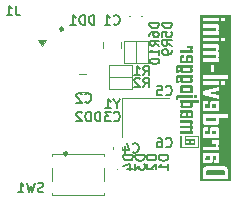
<source format=gbr>
%TF.GenerationSoftware,KiCad,Pcbnew,9.0.0*%
%TF.CreationDate,2025-08-25T21:43:05+03:00*%
%TF.ProjectId,Daredevil-mini,44617265-6465-4766-996c-2d6d696e692e,rev?*%
%TF.SameCoordinates,Original*%
%TF.FileFunction,Legend,Bot*%
%TF.FilePolarity,Positive*%
%FSLAX46Y46*%
G04 Gerber Fmt 4.6, Leading zero omitted, Abs format (unit mm)*
G04 Created by KiCad (PCBNEW 9.0.0) date 2025-08-25 21:43:05*
%MOMM*%
%LPD*%
G01*
G04 APERTURE LIST*
%ADD10C,0.160000*%
%ADD11C,0.120000*%
%ADD12C,0.250000*%
%ADD13C,0.100000*%
G04 APERTURE END LIST*
D10*
G36*
X137083012Y-106607876D02*
G01*
X138478128Y-106607876D01*
X138478128Y-105792166D01*
X137440584Y-105792166D01*
X137440584Y-105970494D01*
X138116618Y-105970494D01*
X138177870Y-105977745D01*
X138215139Y-105996033D01*
X138236193Y-106023438D01*
X138243654Y-106062726D01*
X138243654Y-106337316D01*
X138236274Y-106375564D01*
X138215355Y-106402380D01*
X138178105Y-106420375D01*
X138116618Y-106427533D01*
X137956425Y-106427533D01*
X137956425Y-106268714D01*
X138102971Y-106268714D01*
X138102971Y-106136457D01*
X137868497Y-106136457D01*
X137868497Y-106345559D01*
X137861036Y-106384846D01*
X137839982Y-106412251D01*
X137802713Y-106430540D01*
X137741461Y-106437791D01*
X137456246Y-106437791D01*
X137394994Y-106430540D01*
X137357725Y-106412251D01*
X137336670Y-106384846D01*
X137329209Y-106345559D01*
X137329209Y-106272744D01*
X137464031Y-106272744D01*
X137733675Y-106272744D01*
X137733675Y-106136457D01*
X137464031Y-106136457D01*
X137464031Y-106272744D01*
X137329209Y-106272744D01*
X137329209Y-105774763D01*
X137336730Y-105735608D01*
X137358021Y-105708196D01*
X137395867Y-105689830D01*
X137458261Y-105682531D01*
X138456604Y-105682531D01*
X138517856Y-105689782D01*
X138555125Y-105708071D01*
X138576179Y-105735476D01*
X138583640Y-105774763D01*
X138583640Y-106625278D01*
X138576179Y-106664565D01*
X138555125Y-106691971D01*
X138517856Y-106710259D01*
X138456604Y-106717510D01*
X137104536Y-106717510D01*
X137043284Y-106710259D01*
X137006015Y-106691971D01*
X136984961Y-106664565D01*
X136977500Y-106625278D01*
X136977500Y-105682531D01*
X137083012Y-105682531D01*
X137083012Y-106607876D01*
G37*
G36*
X136977500Y-104362612D02*
G01*
X136977500Y-104595162D01*
X137821603Y-104595162D01*
X137815008Y-104815530D01*
X136977500Y-104815530D01*
X136977500Y-105049087D01*
X137821603Y-105049087D01*
X137815008Y-105269456D01*
X136977500Y-105269456D01*
X136977500Y-105504112D01*
X138015043Y-105504112D01*
X138015043Y-105269456D01*
X137975476Y-105269456D01*
X138004327Y-105106515D01*
X138017205Y-105011062D01*
X138020905Y-104941559D01*
X138014420Y-104890455D01*
X137997564Y-104857419D01*
X137971446Y-104837054D01*
X138001121Y-104664863D01*
X138016725Y-104557495D01*
X138020905Y-104490657D01*
X138012188Y-104432361D01*
X137989063Y-104394540D01*
X137951528Y-104371335D01*
X137893868Y-104362612D01*
X136977500Y-104362612D01*
G37*
G36*
X137945492Y-103535733D02*
G01*
X137983038Y-103559200D01*
X138006264Y-103597604D01*
X138015043Y-103656995D01*
X138015043Y-104053584D01*
X138006201Y-104114123D01*
X137982870Y-104153136D01*
X137945312Y-104176876D01*
X137888006Y-104185750D01*
X137698504Y-104185750D01*
X137698504Y-103973625D01*
X137839188Y-103973625D01*
X137839188Y-103749227D01*
X137604715Y-103749227D01*
X137604715Y-104065857D01*
X137595873Y-104126396D01*
X137572542Y-104165410D01*
X137534984Y-104189149D01*
X137477678Y-104198023D01*
X137098674Y-104198023D01*
X137041014Y-104189300D01*
X137003479Y-104166095D01*
X136980354Y-104128274D01*
X136971638Y-104069979D01*
X136981195Y-103973625D01*
X137153354Y-103973625D01*
X137446446Y-103973625D01*
X137446446Y-103749227D01*
X137162147Y-103749227D01*
X137153354Y-103973625D01*
X136981195Y-103973625D01*
X136987391Y-103911160D01*
X137012670Y-103751334D01*
X136977500Y-103751334D01*
X136977500Y-103526935D01*
X137888006Y-103526935D01*
X137945492Y-103535733D01*
G37*
G36*
X138583640Y-102905765D02*
G01*
X138015043Y-102905765D01*
X138017974Y-102985724D01*
X138020905Y-103071728D01*
X138014402Y-103196453D01*
X137998831Y-103270572D01*
X137972239Y-103323024D01*
X137937938Y-103351241D01*
X137893868Y-103360698D01*
X137165078Y-103360698D01*
X137107410Y-103354637D01*
X137061072Y-103337686D01*
X137023570Y-103310506D01*
X136995376Y-103273963D01*
X136977884Y-103228680D01*
X136971638Y-103172112D01*
X136991728Y-103054326D01*
X137170940Y-103054326D01*
X137179744Y-103095969D01*
X137203585Y-103119296D01*
X137246960Y-103128056D01*
X137743476Y-103128056D01*
X137787854Y-103118910D01*
X137812451Y-103094375D01*
X137821603Y-103050204D01*
X137821603Y-102905765D01*
X137181198Y-102905765D01*
X137170940Y-103054326D01*
X136991728Y-103054326D01*
X137017067Y-102905765D01*
X136977500Y-102905765D01*
X136977500Y-102672116D01*
X138583640Y-102672116D01*
X138583640Y-102905765D01*
G37*
G36*
X138161589Y-102264078D02*
G01*
X138161589Y-102498734D01*
X138401924Y-102498734D01*
X138401924Y-102264078D01*
X138161589Y-102264078D01*
G37*
G36*
X136723517Y-102266093D02*
G01*
X136666040Y-102274893D01*
X136628493Y-102298372D01*
X136605262Y-102336803D01*
X136596481Y-102396244D01*
X136596481Y-102645280D01*
X136789921Y-102645280D01*
X136789921Y-102496628D01*
X138015043Y-102496628D01*
X138015043Y-102266093D01*
X136723517Y-102266093D01*
G37*
G36*
X137945484Y-101418883D02*
G01*
X137983031Y-101442362D01*
X138006262Y-101480793D01*
X138015043Y-101540234D01*
X138015043Y-101960270D01*
X138006198Y-102020859D01*
X137982863Y-102059899D01*
X137945304Y-102083651D01*
X137888006Y-102092528D01*
X137104536Y-102092528D01*
X137047239Y-102083651D01*
X137009680Y-102059899D01*
X136986345Y-102020859D01*
X136977500Y-101960270D01*
X136977500Y-101861901D01*
X137170940Y-101861901D01*
X137821603Y-101861901D01*
X137821603Y-101639610D01*
X137170940Y-101639610D01*
X137170940Y-101861901D01*
X136977500Y-101861901D01*
X136977500Y-101540234D01*
X136986281Y-101480793D01*
X137009512Y-101442362D01*
X137047059Y-101418883D01*
X137104536Y-101410083D01*
X137888006Y-101410083D01*
X137945484Y-101418883D01*
G37*
G36*
X138015043Y-100788179D02*
G01*
X137979872Y-100788179D01*
X138014188Y-100989698D01*
X138020905Y-101054526D01*
X138014705Y-101111130D01*
X137997356Y-101156413D01*
X137969431Y-101192920D01*
X137932264Y-101220076D01*
X137886099Y-101237037D01*
X137828381Y-101243112D01*
X137192281Y-101243112D01*
X137129565Y-101236151D01*
X137079403Y-101216658D01*
X137038957Y-101185227D01*
X137008807Y-101143543D01*
X136990051Y-101092348D01*
X136983361Y-101028972D01*
X136983361Y-100932618D01*
X137170940Y-100932618D01*
X137180141Y-100976720D01*
X137204936Y-101001289D01*
X137249800Y-101010471D01*
X137751719Y-101010471D01*
X137794711Y-101001579D01*
X137818575Y-100977695D01*
X137827465Y-100934633D01*
X137815741Y-100788179D01*
X137170940Y-100788179D01*
X137170940Y-100932618D01*
X136983361Y-100932618D01*
X136983361Y-100788179D01*
X136766474Y-100788179D01*
X136766474Y-101000304D01*
X136889572Y-101000304D01*
X136889572Y-101226717D01*
X136723517Y-101226717D01*
X136666212Y-101217844D01*
X136628654Y-101194104D01*
X136605323Y-101155091D01*
X136596481Y-101094551D01*
X136596481Y-100686696D01*
X136605323Y-100626157D01*
X136628654Y-100587144D01*
X136666212Y-100563404D01*
X136723517Y-100554531D01*
X138015043Y-100554531D01*
X138015043Y-100788179D01*
G37*
G36*
X138015043Y-99932352D02*
G01*
X137979872Y-99932352D01*
X138014188Y-100133872D01*
X138020905Y-100198699D01*
X138014705Y-100255303D01*
X137997356Y-100300586D01*
X137969431Y-100337093D01*
X137932264Y-100364249D01*
X137886099Y-100381210D01*
X137828381Y-100387285D01*
X137192281Y-100387285D01*
X137129565Y-100380324D01*
X137079403Y-100360831D01*
X137038957Y-100329400D01*
X137008807Y-100287716D01*
X136990051Y-100236521D01*
X136983361Y-100173145D01*
X136983361Y-100076792D01*
X137170940Y-100076792D01*
X137180141Y-100120893D01*
X137204936Y-100145462D01*
X137249800Y-100154644D01*
X137751719Y-100154644D01*
X137794711Y-100145752D01*
X137818575Y-100121868D01*
X137827465Y-100078807D01*
X137815741Y-99932352D01*
X137170940Y-99932352D01*
X137170940Y-100076792D01*
X136983361Y-100076792D01*
X136983361Y-99932352D01*
X136766474Y-99932352D01*
X136766474Y-100144477D01*
X136889572Y-100144477D01*
X136889572Y-100370890D01*
X136723517Y-100370890D01*
X136666212Y-100362017D01*
X136628654Y-100338277D01*
X136605323Y-100299264D01*
X136596481Y-100238725D01*
X136596481Y-99830870D01*
X136605323Y-99770330D01*
X136628654Y-99731317D01*
X136666212Y-99707577D01*
X136723517Y-99698704D01*
X138015043Y-99698704D01*
X138015043Y-99932352D01*
G37*
G36*
X137323347Y-99084677D02*
G01*
X137147493Y-99084677D01*
X137147493Y-99305045D01*
X137440584Y-99305045D01*
X137594732Y-99305045D01*
X137845050Y-99305045D01*
X137845050Y-99084677D01*
X137594732Y-99084677D01*
X137594732Y-99305045D01*
X137440584Y-99305045D01*
X137440584Y-98924851D01*
X137505064Y-98860279D01*
X137888006Y-98860279D01*
X137945312Y-98869153D01*
X137982870Y-98892893D01*
X138006201Y-98931906D01*
X138015043Y-98992445D01*
X138015043Y-99397186D01*
X138006198Y-99457775D01*
X137982863Y-99496815D01*
X137945304Y-99520566D01*
X137888006Y-99529443D01*
X137104536Y-99529443D01*
X137047239Y-99520566D01*
X137009680Y-99496815D01*
X136986345Y-99457775D01*
X136977500Y-99397186D01*
X136977500Y-98992445D01*
X136986342Y-98931906D01*
X137009673Y-98892893D01*
X137047231Y-98869153D01*
X137104536Y-98860279D01*
X137323347Y-98860279D01*
X137323347Y-99084677D01*
G37*
G36*
X137581268Y-98036967D02*
G01*
X137581268Y-98269608D01*
X137821603Y-98269608D01*
X137812810Y-98455080D01*
X136977500Y-98455080D01*
X136977500Y-98689736D01*
X138015043Y-98689736D01*
X138015043Y-98455080D01*
X137976941Y-98455080D01*
X138004785Y-98310641D01*
X138017298Y-98226796D01*
X138020905Y-98165103D01*
X138012185Y-98106758D01*
X137989056Y-98068910D01*
X137951520Y-98045693D01*
X137893868Y-98036967D01*
X137581268Y-98036967D01*
G37*
G36*
X140639336Y-108581871D02*
G01*
X140692448Y-108615482D01*
X140725455Y-108670742D01*
X140737969Y-108756524D01*
X140737969Y-108994172D01*
X139143551Y-108994172D01*
X139143551Y-108764706D01*
X139156413Y-108674699D01*
X139190175Y-108617057D01*
X139244110Y-108582252D01*
X139325879Y-108569311D01*
X140558328Y-108569311D01*
X140639336Y-108581871D01*
G37*
G36*
X139495261Y-107723498D02*
G01*
X139104473Y-107723498D01*
X139116196Y-107424301D01*
X139495261Y-107424301D01*
X139495261Y-107723498D01*
G37*
G36*
X140026734Y-105557064D02*
G01*
X139692976Y-105557064D01*
X139692976Y-105263240D01*
X140026734Y-105263240D01*
X140026734Y-105557064D01*
G37*
G36*
X139995471Y-104325348D02*
G01*
X139983269Y-104384242D01*
X139950472Y-104416956D01*
X139891301Y-104429151D01*
X139229281Y-104429151D01*
X139171446Y-104417470D01*
X139139658Y-104386368D01*
X139127920Y-104330843D01*
X139141598Y-104132762D01*
X139995471Y-104132762D01*
X139995471Y-104325348D01*
G37*
G36*
X140026734Y-103296353D02*
G01*
X139692976Y-103296353D01*
X139692976Y-103002528D01*
X140026734Y-103002528D01*
X140026734Y-103296353D01*
G37*
G36*
X141233743Y-109536108D02*
G01*
X138639962Y-109536108D01*
X138639962Y-108662246D01*
X138870000Y-108662246D01*
X138870000Y-108764706D01*
X138870000Y-108994172D01*
X138870000Y-109313886D01*
X141011521Y-109313886D01*
X141011521Y-108662246D01*
X140998458Y-108540008D01*
X140961788Y-108441090D01*
X140902711Y-108360362D01*
X140823696Y-108299424D01*
X140726274Y-108261699D01*
X140605101Y-108248254D01*
X139276420Y-108248254D01*
X139154356Y-108261746D01*
X139056748Y-108299509D01*
X138978077Y-108360362D01*
X138919427Y-108441035D01*
X138882987Y-108539952D01*
X138870000Y-108662246D01*
X138639962Y-108662246D01*
X138639962Y-107851970D01*
X138862184Y-107851970D01*
X138873806Y-107929697D01*
X138904639Y-107980125D01*
X138954686Y-108011065D01*
X139031566Y-108022696D01*
X139536905Y-108022696D01*
X139613312Y-108010864D01*
X139663389Y-107979211D01*
X139694497Y-107927194D01*
X139706287Y-107846475D01*
X139706287Y-107424301D01*
X140018918Y-107424301D01*
X140018918Y-107723498D01*
X139831339Y-107723498D01*
X139831339Y-108006332D01*
X140084009Y-108006332D01*
X140160416Y-107994500D01*
X140210493Y-107962847D01*
X140241601Y-107910829D01*
X140253391Y-107830110D01*
X140253391Y-107301325D01*
X140241686Y-107222137D01*
X140210718Y-107170931D01*
X140160656Y-107139642D01*
X140084009Y-107127912D01*
X138870000Y-107127912D01*
X138870000Y-107427110D01*
X138916894Y-107427110D01*
X138883189Y-107640212D01*
X138874928Y-107723498D01*
X138862184Y-107851970D01*
X138639962Y-107851970D01*
X138639962Y-106590700D01*
X138870000Y-106590700D01*
X138870000Y-106903575D01*
X140253391Y-106903575D01*
X140253391Y-106590700D01*
X140202588Y-106590700D01*
X140239713Y-106398115D01*
X140256398Y-106286321D01*
X140261207Y-106204064D01*
X140249581Y-106126270D01*
X140218741Y-106075807D01*
X140168694Y-106044851D01*
X140091824Y-106033216D01*
X139675024Y-106033216D01*
X139675024Y-106343404D01*
X139995471Y-106343404D01*
X139983747Y-106590700D01*
X138870000Y-106590700D01*
X138639962Y-106590700D01*
X138639962Y-105140264D01*
X138870000Y-105140264D01*
X138870000Y-105679919D01*
X138881793Y-105760704D01*
X138912907Y-105812757D01*
X138962985Y-105844426D01*
X139039382Y-105856262D01*
X140084009Y-105856262D01*
X140160405Y-105844426D01*
X140210484Y-105812757D01*
X140241597Y-105760704D01*
X140253391Y-105679919D01*
X140253391Y-105140264D01*
X140241601Y-105059545D01*
X140210493Y-105007528D01*
X140160416Y-104975875D01*
X140084009Y-104964043D01*
X139573419Y-104964043D01*
X139487445Y-105050138D01*
X139487445Y-105557064D01*
X139096657Y-105557064D01*
X139096657Y-105263240D01*
X139331130Y-105263240D01*
X139331130Y-104964043D01*
X139039382Y-104964043D01*
X138962975Y-104975875D01*
X138912897Y-105007528D01*
X138881790Y-105059545D01*
X138870000Y-105140264D01*
X138639962Y-105140264D01*
X138639962Y-104487891D01*
X138862184Y-104487891D01*
X138870513Y-104563315D01*
X138893835Y-104623693D01*
X138931427Y-104672417D01*
X138981429Y-104708657D01*
X139043214Y-104731258D01*
X139120104Y-104739339D01*
X140091824Y-104739339D01*
X140150584Y-104726730D01*
X140196318Y-104689108D01*
X140231775Y-104619172D01*
X140252536Y-104520346D01*
X140261207Y-104354046D01*
X140257299Y-104239374D01*
X140253391Y-104132762D01*
X141011521Y-104132762D01*
X141011521Y-103821230D01*
X138870000Y-103821230D01*
X138870000Y-104132762D01*
X138922756Y-104132762D01*
X138888971Y-104330843D01*
X138862184Y-104487891D01*
X138639962Y-104487891D01*
X138639962Y-102879552D01*
X138870000Y-102879552D01*
X138870000Y-103419207D01*
X138881793Y-103499992D01*
X138912907Y-103552045D01*
X138962985Y-103583714D01*
X139039382Y-103595550D01*
X140084009Y-103595550D01*
X140160405Y-103583714D01*
X140210484Y-103552045D01*
X140241597Y-103499992D01*
X140253391Y-103419207D01*
X140253391Y-102879552D01*
X140241601Y-102798833D01*
X140210493Y-102746816D01*
X140160416Y-102715163D01*
X140084009Y-102703331D01*
X139573419Y-102703331D01*
X139487445Y-102789427D01*
X139487445Y-103296353D01*
X139096657Y-103296353D01*
X139096657Y-103002528D01*
X139331130Y-103002528D01*
X139331130Y-102703331D01*
X139039382Y-102703331D01*
X138962975Y-102715163D01*
X138912897Y-102746816D01*
X138881790Y-102798833D01*
X138870000Y-102879552D01*
X138639962Y-102879552D01*
X138639962Y-101893910D01*
X138870000Y-101893910D01*
X138870000Y-102193108D01*
X140253391Y-102545550D01*
X140253391Y-102224493D01*
X139338946Y-102042776D01*
X140253391Y-101861060D01*
X140253391Y-101541346D01*
X138870000Y-101893910D01*
X138639962Y-101893910D01*
X138639962Y-101382099D01*
X140448785Y-101382099D01*
X140769232Y-101382099D01*
X140769232Y-101069224D01*
X140448785Y-101069224D01*
X140448785Y-101382099D01*
X138639962Y-101382099D01*
X138639962Y-101379291D01*
X138870000Y-101379291D01*
X140253391Y-101379291D01*
X140253391Y-101071911D01*
X138870000Y-101071911D01*
X138870000Y-101379291D01*
X138639962Y-101379291D01*
X138639962Y-100832187D01*
X138870000Y-100832187D01*
X141011521Y-100832187D01*
X141011521Y-100524807D01*
X138870000Y-100524807D01*
X138870000Y-100832187D01*
X138639962Y-100832187D01*
X138639962Y-100301569D01*
X139549972Y-100301569D01*
X139839155Y-100301569D01*
X139839155Y-99649807D01*
X139549972Y-99649807D01*
X139549972Y-100301569D01*
X138639962Y-100301569D01*
X138639962Y-98219765D01*
X138870000Y-98219765D01*
X139995471Y-98219765D01*
X139986678Y-98513589D01*
X138870000Y-98513589D01*
X138870000Y-98824999D01*
X139995471Y-98824999D01*
X139986678Y-99118823D01*
X138870000Y-99118823D01*
X138870000Y-99431698D01*
X140253391Y-99431698D01*
X140253391Y-99118823D01*
X140200635Y-99118823D01*
X140239103Y-98901569D01*
X140256274Y-98774299D01*
X140261207Y-98681628D01*
X140252561Y-98613489D01*
X140230086Y-98569440D01*
X140195261Y-98542288D01*
X140234829Y-98312699D01*
X140255633Y-98169542D01*
X140261207Y-98080424D01*
X140249584Y-98002697D01*
X140218751Y-97952270D01*
X140168705Y-97921329D01*
X140091824Y-97909699D01*
X138870000Y-97909699D01*
X138870000Y-98219765D01*
X138639962Y-98219765D01*
X138639962Y-97679378D01*
X140448785Y-97679378D01*
X140769232Y-97679378D01*
X140769232Y-97366503D01*
X140448785Y-97366503D01*
X140448785Y-97679378D01*
X138639962Y-97679378D01*
X138639962Y-97676569D01*
X138870000Y-97676569D01*
X140253391Y-97676569D01*
X140253391Y-97369189D01*
X138870000Y-97369189D01*
X138870000Y-97676569D01*
X138639962Y-97676569D01*
X138639962Y-96531070D01*
X138870000Y-96531070D01*
X139995471Y-96531070D01*
X139983747Y-96824894D01*
X138870000Y-96824894D01*
X138870000Y-97137769D01*
X140253391Y-97137769D01*
X140253391Y-96824894D01*
X140202588Y-96824894D01*
X140238370Y-96607640D01*
X140256145Y-96479355D01*
X140261207Y-96387699D01*
X140249581Y-96309906D01*
X140218741Y-96259443D01*
X140168694Y-96228487D01*
X140091824Y-96216852D01*
X138870000Y-96216852D01*
X138870000Y-96531070D01*
X138639962Y-96531070D01*
X138639962Y-95987263D01*
X140448785Y-95987263D01*
X140769232Y-95987263D01*
X140769232Y-95674388D01*
X140448785Y-95674388D01*
X140448785Y-95987263D01*
X138639962Y-95987263D01*
X138639962Y-95984454D01*
X138870000Y-95984454D01*
X140253391Y-95984454D01*
X140253391Y-95677075D01*
X138870000Y-95677075D01*
X138870000Y-95984454D01*
X138639962Y-95984454D01*
X138639962Y-95452166D01*
X141233743Y-95452166D01*
X141233743Y-109536108D01*
G37*
X133833332Y-101561775D02*
X134099999Y-101180822D01*
X134290475Y-101561775D02*
X134290475Y-100761775D01*
X134290475Y-100761775D02*
X133985713Y-100761775D01*
X133985713Y-100761775D02*
X133909523Y-100799870D01*
X133909523Y-100799870D02*
X133871428Y-100837965D01*
X133871428Y-100837965D02*
X133833332Y-100914156D01*
X133833332Y-100914156D02*
X133833332Y-101028441D01*
X133833332Y-101028441D02*
X133871428Y-101104632D01*
X133871428Y-101104632D02*
X133909523Y-101142727D01*
X133909523Y-101142727D02*
X133985713Y-101180822D01*
X133985713Y-101180822D02*
X134290475Y-101180822D01*
X133528571Y-100837965D02*
X133490475Y-100799870D01*
X133490475Y-100799870D02*
X133414285Y-100761775D01*
X133414285Y-100761775D02*
X133223809Y-100761775D01*
X133223809Y-100761775D02*
X133147618Y-100799870D01*
X133147618Y-100799870D02*
X133109523Y-100837965D01*
X133109523Y-100837965D02*
X133071428Y-100914156D01*
X133071428Y-100914156D02*
X133071428Y-100990346D01*
X133071428Y-100990346D02*
X133109523Y-101104632D01*
X133109523Y-101104632D02*
X133566666Y-101561775D01*
X133566666Y-101561775D02*
X133071428Y-101561775D01*
X123066666Y-94661775D02*
X123066666Y-95233203D01*
X123066666Y-95233203D02*
X123104761Y-95347489D01*
X123104761Y-95347489D02*
X123180952Y-95423680D01*
X123180952Y-95423680D02*
X123295237Y-95461775D01*
X123295237Y-95461775D02*
X123371428Y-95461775D01*
X122266666Y-95461775D02*
X122723809Y-95461775D01*
X122495237Y-95461775D02*
X122495237Y-94661775D01*
X122495237Y-94661775D02*
X122571428Y-94776060D01*
X122571428Y-94776060D02*
X122647618Y-94852251D01*
X122647618Y-94852251D02*
X122723809Y-94890346D01*
X135733332Y-102185584D02*
X135771428Y-102223680D01*
X135771428Y-102223680D02*
X135885713Y-102261775D01*
X135885713Y-102261775D02*
X135961904Y-102261775D01*
X135961904Y-102261775D02*
X136076190Y-102223680D01*
X136076190Y-102223680D02*
X136152380Y-102147489D01*
X136152380Y-102147489D02*
X136190475Y-102071299D01*
X136190475Y-102071299D02*
X136228571Y-101918918D01*
X136228571Y-101918918D02*
X136228571Y-101804632D01*
X136228571Y-101804632D02*
X136190475Y-101652251D01*
X136190475Y-101652251D02*
X136152380Y-101576060D01*
X136152380Y-101576060D02*
X136076190Y-101499870D01*
X136076190Y-101499870D02*
X135961904Y-101461775D01*
X135961904Y-101461775D02*
X135885713Y-101461775D01*
X135885713Y-101461775D02*
X135771428Y-101499870D01*
X135771428Y-101499870D02*
X135733332Y-101537965D01*
X135009523Y-101461775D02*
X135390475Y-101461775D01*
X135390475Y-101461775D02*
X135428571Y-101842727D01*
X135428571Y-101842727D02*
X135390475Y-101804632D01*
X135390475Y-101804632D02*
X135314285Y-101766537D01*
X135314285Y-101766537D02*
X135123809Y-101766537D01*
X135123809Y-101766537D02*
X135047618Y-101804632D01*
X135047618Y-101804632D02*
X135009523Y-101842727D01*
X135009523Y-101842727D02*
X134971428Y-101918918D01*
X134971428Y-101918918D02*
X134971428Y-102109394D01*
X134971428Y-102109394D02*
X135009523Y-102185584D01*
X135009523Y-102185584D02*
X135047618Y-102223680D01*
X135047618Y-102223680D02*
X135123809Y-102261775D01*
X135123809Y-102261775D02*
X135314285Y-102261775D01*
X135314285Y-102261775D02*
X135390475Y-102223680D01*
X135390475Y-102223680D02*
X135428571Y-102185584D01*
X130190475Y-104461775D02*
X130190475Y-103661775D01*
X130190475Y-103661775D02*
X129999999Y-103661775D01*
X129999999Y-103661775D02*
X129885713Y-103699870D01*
X129885713Y-103699870D02*
X129809523Y-103776060D01*
X129809523Y-103776060D02*
X129771428Y-103852251D01*
X129771428Y-103852251D02*
X129733332Y-104004632D01*
X129733332Y-104004632D02*
X129733332Y-104118918D01*
X129733332Y-104118918D02*
X129771428Y-104271299D01*
X129771428Y-104271299D02*
X129809523Y-104347489D01*
X129809523Y-104347489D02*
X129885713Y-104423680D01*
X129885713Y-104423680D02*
X129999999Y-104461775D01*
X129999999Y-104461775D02*
X130190475Y-104461775D01*
X129390475Y-104461775D02*
X129390475Y-103661775D01*
X129390475Y-103661775D02*
X129199999Y-103661775D01*
X129199999Y-103661775D02*
X129085713Y-103699870D01*
X129085713Y-103699870D02*
X129009523Y-103776060D01*
X129009523Y-103776060D02*
X128971428Y-103852251D01*
X128971428Y-103852251D02*
X128933332Y-104004632D01*
X128933332Y-104004632D02*
X128933332Y-104118918D01*
X128933332Y-104118918D02*
X128971428Y-104271299D01*
X128971428Y-104271299D02*
X129009523Y-104347489D01*
X129009523Y-104347489D02*
X129085713Y-104423680D01*
X129085713Y-104423680D02*
X129199999Y-104461775D01*
X129199999Y-104461775D02*
X129390475Y-104461775D01*
X128628571Y-103737965D02*
X128590475Y-103699870D01*
X128590475Y-103699870D02*
X128514285Y-103661775D01*
X128514285Y-103661775D02*
X128323809Y-103661775D01*
X128323809Y-103661775D02*
X128247618Y-103699870D01*
X128247618Y-103699870D02*
X128209523Y-103737965D01*
X128209523Y-103737965D02*
X128171428Y-103814156D01*
X128171428Y-103814156D02*
X128171428Y-103890346D01*
X128171428Y-103890346D02*
X128209523Y-104004632D01*
X128209523Y-104004632D02*
X128666666Y-104461775D01*
X128666666Y-104461775D02*
X128171428Y-104461775D01*
X133961775Y-107324524D02*
X133161775Y-107324524D01*
X133161775Y-107324524D02*
X133161775Y-107515000D01*
X133161775Y-107515000D02*
X133199870Y-107629286D01*
X133199870Y-107629286D02*
X133276060Y-107705476D01*
X133276060Y-107705476D02*
X133352251Y-107743571D01*
X133352251Y-107743571D02*
X133504632Y-107781667D01*
X133504632Y-107781667D02*
X133618918Y-107781667D01*
X133618918Y-107781667D02*
X133771299Y-107743571D01*
X133771299Y-107743571D02*
X133847489Y-107705476D01*
X133847489Y-107705476D02*
X133923680Y-107629286D01*
X133923680Y-107629286D02*
X133961775Y-107515000D01*
X133961775Y-107515000D02*
X133961775Y-107324524D01*
X133161775Y-108048333D02*
X133161775Y-108543571D01*
X133161775Y-108543571D02*
X133466537Y-108276905D01*
X133466537Y-108276905D02*
X133466537Y-108391190D01*
X133466537Y-108391190D02*
X133504632Y-108467381D01*
X133504632Y-108467381D02*
X133542727Y-108505476D01*
X133542727Y-108505476D02*
X133618918Y-108543571D01*
X133618918Y-108543571D02*
X133809394Y-108543571D01*
X133809394Y-108543571D02*
X133885584Y-108505476D01*
X133885584Y-108505476D02*
X133923680Y-108467381D01*
X133923680Y-108467381D02*
X133961775Y-108391190D01*
X133961775Y-108391190D02*
X133961775Y-108162619D01*
X133961775Y-108162619D02*
X133923680Y-108086428D01*
X133923680Y-108086428D02*
X133885584Y-108048333D01*
X132961775Y-107309524D02*
X132161775Y-107309524D01*
X132161775Y-107309524D02*
X132161775Y-107500000D01*
X132161775Y-107500000D02*
X132199870Y-107614286D01*
X132199870Y-107614286D02*
X132276060Y-107690476D01*
X132276060Y-107690476D02*
X132352251Y-107728571D01*
X132352251Y-107728571D02*
X132504632Y-107766667D01*
X132504632Y-107766667D02*
X132618918Y-107766667D01*
X132618918Y-107766667D02*
X132771299Y-107728571D01*
X132771299Y-107728571D02*
X132847489Y-107690476D01*
X132847489Y-107690476D02*
X132923680Y-107614286D01*
X132923680Y-107614286D02*
X132961775Y-107500000D01*
X132961775Y-107500000D02*
X132961775Y-107309524D01*
X132428441Y-108452381D02*
X132961775Y-108452381D01*
X132123680Y-108261905D02*
X132695108Y-108071428D01*
X132695108Y-108071428D02*
X132695108Y-108566667D01*
X136261775Y-96109524D02*
X135461775Y-96109524D01*
X135461775Y-96109524D02*
X135461775Y-96300000D01*
X135461775Y-96300000D02*
X135499870Y-96414286D01*
X135499870Y-96414286D02*
X135576060Y-96490476D01*
X135576060Y-96490476D02*
X135652251Y-96528571D01*
X135652251Y-96528571D02*
X135804632Y-96566667D01*
X135804632Y-96566667D02*
X135918918Y-96566667D01*
X135918918Y-96566667D02*
X136071299Y-96528571D01*
X136071299Y-96528571D02*
X136147489Y-96490476D01*
X136147489Y-96490476D02*
X136223680Y-96414286D01*
X136223680Y-96414286D02*
X136261775Y-96300000D01*
X136261775Y-96300000D02*
X136261775Y-96109524D01*
X135461775Y-97290476D02*
X135461775Y-96909524D01*
X135461775Y-96909524D02*
X135842727Y-96871428D01*
X135842727Y-96871428D02*
X135804632Y-96909524D01*
X135804632Y-96909524D02*
X135766537Y-96985714D01*
X135766537Y-96985714D02*
X135766537Y-97176190D01*
X135766537Y-97176190D02*
X135804632Y-97252381D01*
X135804632Y-97252381D02*
X135842727Y-97290476D01*
X135842727Y-97290476D02*
X135918918Y-97328571D01*
X135918918Y-97328571D02*
X136109394Y-97328571D01*
X136109394Y-97328571D02*
X136185584Y-97290476D01*
X136185584Y-97290476D02*
X136223680Y-97252381D01*
X136223680Y-97252381D02*
X136261775Y-97176190D01*
X136261775Y-97176190D02*
X136261775Y-96985714D01*
X136261775Y-96985714D02*
X136223680Y-96909524D01*
X136223680Y-96909524D02*
X136185584Y-96871428D01*
X133833332Y-100561775D02*
X134099999Y-100180822D01*
X134290475Y-100561775D02*
X134290475Y-99761775D01*
X134290475Y-99761775D02*
X133985713Y-99761775D01*
X133985713Y-99761775D02*
X133909523Y-99799870D01*
X133909523Y-99799870D02*
X133871428Y-99837965D01*
X133871428Y-99837965D02*
X133833332Y-99914156D01*
X133833332Y-99914156D02*
X133833332Y-100028441D01*
X133833332Y-100028441D02*
X133871428Y-100104632D01*
X133871428Y-100104632D02*
X133909523Y-100142727D01*
X133909523Y-100142727D02*
X133985713Y-100180822D01*
X133985713Y-100180822D02*
X134290475Y-100180822D01*
X133071428Y-100561775D02*
X133528571Y-100561775D01*
X133299999Y-100561775D02*
X133299999Y-99761775D01*
X133299999Y-99761775D02*
X133376190Y-99876060D01*
X133376190Y-99876060D02*
X133452380Y-99952251D01*
X133452380Y-99952251D02*
X133528571Y-99990346D01*
X131580951Y-102980822D02*
X131580951Y-103361775D01*
X131847618Y-102561775D02*
X131580951Y-102980822D01*
X131580951Y-102980822D02*
X131314285Y-102561775D01*
X130628571Y-103361775D02*
X131085714Y-103361775D01*
X130857142Y-103361775D02*
X130857142Y-102561775D01*
X130857142Y-102561775D02*
X130933333Y-102676060D01*
X130933333Y-102676060D02*
X131009523Y-102752251D01*
X131009523Y-102752251D02*
X131085714Y-102790346D01*
X125366667Y-110423680D02*
X125252381Y-110461775D01*
X125252381Y-110461775D02*
X125061905Y-110461775D01*
X125061905Y-110461775D02*
X124985714Y-110423680D01*
X124985714Y-110423680D02*
X124947619Y-110385584D01*
X124947619Y-110385584D02*
X124909524Y-110309394D01*
X124909524Y-110309394D02*
X124909524Y-110233203D01*
X124909524Y-110233203D02*
X124947619Y-110157013D01*
X124947619Y-110157013D02*
X124985714Y-110118918D01*
X124985714Y-110118918D02*
X125061905Y-110080822D01*
X125061905Y-110080822D02*
X125214286Y-110042727D01*
X125214286Y-110042727D02*
X125290476Y-110004632D01*
X125290476Y-110004632D02*
X125328571Y-109966537D01*
X125328571Y-109966537D02*
X125366667Y-109890346D01*
X125366667Y-109890346D02*
X125366667Y-109814156D01*
X125366667Y-109814156D02*
X125328571Y-109737965D01*
X125328571Y-109737965D02*
X125290476Y-109699870D01*
X125290476Y-109699870D02*
X125214286Y-109661775D01*
X125214286Y-109661775D02*
X125023809Y-109661775D01*
X125023809Y-109661775D02*
X124909524Y-109699870D01*
X124642857Y-109661775D02*
X124452381Y-110461775D01*
X124452381Y-110461775D02*
X124300000Y-109890346D01*
X124300000Y-109890346D02*
X124147619Y-110461775D01*
X124147619Y-110461775D02*
X123957143Y-109661775D01*
X123233333Y-110461775D02*
X123690476Y-110461775D01*
X123461904Y-110461775D02*
X123461904Y-109661775D01*
X123461904Y-109661775D02*
X123538095Y-109776060D01*
X123538095Y-109776060D02*
X123614285Y-109852251D01*
X123614285Y-109852251D02*
X123690476Y-109890346D01*
X135161775Y-96109524D02*
X134361775Y-96109524D01*
X134361775Y-96109524D02*
X134361775Y-96300000D01*
X134361775Y-96300000D02*
X134399870Y-96414286D01*
X134399870Y-96414286D02*
X134476060Y-96490476D01*
X134476060Y-96490476D02*
X134552251Y-96528571D01*
X134552251Y-96528571D02*
X134704632Y-96566667D01*
X134704632Y-96566667D02*
X134818918Y-96566667D01*
X134818918Y-96566667D02*
X134971299Y-96528571D01*
X134971299Y-96528571D02*
X135047489Y-96490476D01*
X135047489Y-96490476D02*
X135123680Y-96414286D01*
X135123680Y-96414286D02*
X135161775Y-96300000D01*
X135161775Y-96300000D02*
X135161775Y-96109524D01*
X134361775Y-97252381D02*
X134361775Y-97100000D01*
X134361775Y-97100000D02*
X134399870Y-97023809D01*
X134399870Y-97023809D02*
X134437965Y-96985714D01*
X134437965Y-96985714D02*
X134552251Y-96909524D01*
X134552251Y-96909524D02*
X134704632Y-96871428D01*
X134704632Y-96871428D02*
X135009394Y-96871428D01*
X135009394Y-96871428D02*
X135085584Y-96909524D01*
X135085584Y-96909524D02*
X135123680Y-96947619D01*
X135123680Y-96947619D02*
X135161775Y-97023809D01*
X135161775Y-97023809D02*
X135161775Y-97176190D01*
X135161775Y-97176190D02*
X135123680Y-97252381D01*
X135123680Y-97252381D02*
X135085584Y-97290476D01*
X135085584Y-97290476D02*
X135009394Y-97328571D01*
X135009394Y-97328571D02*
X134818918Y-97328571D01*
X134818918Y-97328571D02*
X134742727Y-97290476D01*
X134742727Y-97290476D02*
X134704632Y-97252381D01*
X134704632Y-97252381D02*
X134666537Y-97176190D01*
X134666537Y-97176190D02*
X134666537Y-97023809D01*
X134666537Y-97023809D02*
X134704632Y-96947619D01*
X134704632Y-96947619D02*
X134742727Y-96909524D01*
X134742727Y-96909524D02*
X134818918Y-96871428D01*
X129690475Y-96261775D02*
X129690475Y-95461775D01*
X129690475Y-95461775D02*
X129499999Y-95461775D01*
X129499999Y-95461775D02*
X129385713Y-95499870D01*
X129385713Y-95499870D02*
X129309523Y-95576060D01*
X129309523Y-95576060D02*
X129271428Y-95652251D01*
X129271428Y-95652251D02*
X129233332Y-95804632D01*
X129233332Y-95804632D02*
X129233332Y-95918918D01*
X129233332Y-95918918D02*
X129271428Y-96071299D01*
X129271428Y-96071299D02*
X129309523Y-96147489D01*
X129309523Y-96147489D02*
X129385713Y-96223680D01*
X129385713Y-96223680D02*
X129499999Y-96261775D01*
X129499999Y-96261775D02*
X129690475Y-96261775D01*
X128890475Y-96261775D02*
X128890475Y-95461775D01*
X128890475Y-95461775D02*
X128699999Y-95461775D01*
X128699999Y-95461775D02*
X128585713Y-95499870D01*
X128585713Y-95499870D02*
X128509523Y-95576060D01*
X128509523Y-95576060D02*
X128471428Y-95652251D01*
X128471428Y-95652251D02*
X128433332Y-95804632D01*
X128433332Y-95804632D02*
X128433332Y-95918918D01*
X128433332Y-95918918D02*
X128471428Y-96071299D01*
X128471428Y-96071299D02*
X128509523Y-96147489D01*
X128509523Y-96147489D02*
X128585713Y-96223680D01*
X128585713Y-96223680D02*
X128699999Y-96261775D01*
X128699999Y-96261775D02*
X128890475Y-96261775D01*
X127671428Y-96261775D02*
X128128571Y-96261775D01*
X127899999Y-96261775D02*
X127899999Y-95461775D01*
X127899999Y-95461775D02*
X127976190Y-95576060D01*
X127976190Y-95576060D02*
X128052380Y-95652251D01*
X128052380Y-95652251D02*
X128128571Y-95690346D01*
X132941305Y-107033169D02*
X132979401Y-107071265D01*
X132979401Y-107071265D02*
X133093686Y-107109360D01*
X133093686Y-107109360D02*
X133169877Y-107109360D01*
X133169877Y-107109360D02*
X133284163Y-107071265D01*
X133284163Y-107071265D02*
X133360353Y-106995074D01*
X133360353Y-106995074D02*
X133398448Y-106918884D01*
X133398448Y-106918884D02*
X133436544Y-106766503D01*
X133436544Y-106766503D02*
X133436544Y-106652217D01*
X133436544Y-106652217D02*
X133398448Y-106499836D01*
X133398448Y-106499836D02*
X133360353Y-106423645D01*
X133360353Y-106423645D02*
X133284163Y-106347455D01*
X133284163Y-106347455D02*
X133169877Y-106309360D01*
X133169877Y-106309360D02*
X133093686Y-106309360D01*
X133093686Y-106309360D02*
X132979401Y-106347455D01*
X132979401Y-106347455D02*
X132941305Y-106385550D01*
X132255591Y-106576026D02*
X132255591Y-107109360D01*
X132446067Y-106271265D02*
X132636544Y-106842693D01*
X132636544Y-106842693D02*
X132141305Y-106842693D01*
X135961775Y-107324524D02*
X135161775Y-107324524D01*
X135161775Y-107324524D02*
X135161775Y-107515000D01*
X135161775Y-107515000D02*
X135199870Y-107629286D01*
X135199870Y-107629286D02*
X135276060Y-107705476D01*
X135276060Y-107705476D02*
X135352251Y-107743571D01*
X135352251Y-107743571D02*
X135504632Y-107781667D01*
X135504632Y-107781667D02*
X135618918Y-107781667D01*
X135618918Y-107781667D02*
X135771299Y-107743571D01*
X135771299Y-107743571D02*
X135847489Y-107705476D01*
X135847489Y-107705476D02*
X135923680Y-107629286D01*
X135923680Y-107629286D02*
X135961775Y-107515000D01*
X135961775Y-107515000D02*
X135961775Y-107324524D01*
X135961775Y-108543571D02*
X135961775Y-108086428D01*
X135961775Y-108315000D02*
X135161775Y-108315000D01*
X135161775Y-108315000D02*
X135276060Y-108238809D01*
X135276060Y-108238809D02*
X135352251Y-108162619D01*
X135352251Y-108162619D02*
X135390346Y-108086428D01*
X131333332Y-96185584D02*
X131371428Y-96223680D01*
X131371428Y-96223680D02*
X131485713Y-96261775D01*
X131485713Y-96261775D02*
X131561904Y-96261775D01*
X131561904Y-96261775D02*
X131676190Y-96223680D01*
X131676190Y-96223680D02*
X131752380Y-96147489D01*
X131752380Y-96147489D02*
X131790475Y-96071299D01*
X131790475Y-96071299D02*
X131828571Y-95918918D01*
X131828571Y-95918918D02*
X131828571Y-95804632D01*
X131828571Y-95804632D02*
X131790475Y-95652251D01*
X131790475Y-95652251D02*
X131752380Y-95576060D01*
X131752380Y-95576060D02*
X131676190Y-95499870D01*
X131676190Y-95499870D02*
X131561904Y-95461775D01*
X131561904Y-95461775D02*
X131485713Y-95461775D01*
X131485713Y-95461775D02*
X131371428Y-95499870D01*
X131371428Y-95499870D02*
X131333332Y-95537965D01*
X130571428Y-96261775D02*
X131028571Y-96261775D01*
X130799999Y-96261775D02*
X130799999Y-95461775D01*
X130799999Y-95461775D02*
X130876190Y-95576060D01*
X130876190Y-95576060D02*
X130952380Y-95652251D01*
X130952380Y-95652251D02*
X131028571Y-95690346D01*
X134941775Y-107309524D02*
X134141775Y-107309524D01*
X134141775Y-107309524D02*
X134141775Y-107500000D01*
X134141775Y-107500000D02*
X134179870Y-107614286D01*
X134179870Y-107614286D02*
X134256060Y-107690476D01*
X134256060Y-107690476D02*
X134332251Y-107728571D01*
X134332251Y-107728571D02*
X134484632Y-107766667D01*
X134484632Y-107766667D02*
X134598918Y-107766667D01*
X134598918Y-107766667D02*
X134751299Y-107728571D01*
X134751299Y-107728571D02*
X134827489Y-107690476D01*
X134827489Y-107690476D02*
X134903680Y-107614286D01*
X134903680Y-107614286D02*
X134941775Y-107500000D01*
X134941775Y-107500000D02*
X134941775Y-107309524D01*
X134217965Y-108071428D02*
X134179870Y-108109524D01*
X134179870Y-108109524D02*
X134141775Y-108185714D01*
X134141775Y-108185714D02*
X134141775Y-108376190D01*
X134141775Y-108376190D02*
X134179870Y-108452381D01*
X134179870Y-108452381D02*
X134217965Y-108490476D01*
X134217965Y-108490476D02*
X134294156Y-108528571D01*
X134294156Y-108528571D02*
X134370346Y-108528571D01*
X134370346Y-108528571D02*
X134484632Y-108490476D01*
X134484632Y-108490476D02*
X134941775Y-108033333D01*
X134941775Y-108033333D02*
X134941775Y-108528571D01*
X135733332Y-106585584D02*
X135771428Y-106623680D01*
X135771428Y-106623680D02*
X135885713Y-106661775D01*
X135885713Y-106661775D02*
X135961904Y-106661775D01*
X135961904Y-106661775D02*
X136076190Y-106623680D01*
X136076190Y-106623680D02*
X136152380Y-106547489D01*
X136152380Y-106547489D02*
X136190475Y-106471299D01*
X136190475Y-106471299D02*
X136228571Y-106318918D01*
X136228571Y-106318918D02*
X136228571Y-106204632D01*
X136228571Y-106204632D02*
X136190475Y-106052251D01*
X136190475Y-106052251D02*
X136152380Y-105976060D01*
X136152380Y-105976060D02*
X136076190Y-105899870D01*
X136076190Y-105899870D02*
X135961904Y-105861775D01*
X135961904Y-105861775D02*
X135885713Y-105861775D01*
X135885713Y-105861775D02*
X135771428Y-105899870D01*
X135771428Y-105899870D02*
X135733332Y-105937965D01*
X135047618Y-105861775D02*
X135199999Y-105861775D01*
X135199999Y-105861775D02*
X135276190Y-105899870D01*
X135276190Y-105899870D02*
X135314285Y-105937965D01*
X135314285Y-105937965D02*
X135390475Y-106052251D01*
X135390475Y-106052251D02*
X135428571Y-106204632D01*
X135428571Y-106204632D02*
X135428571Y-106509394D01*
X135428571Y-106509394D02*
X135390475Y-106585584D01*
X135390475Y-106585584D02*
X135352380Y-106623680D01*
X135352380Y-106623680D02*
X135276190Y-106661775D01*
X135276190Y-106661775D02*
X135123809Y-106661775D01*
X135123809Y-106661775D02*
X135047618Y-106623680D01*
X135047618Y-106623680D02*
X135009523Y-106585584D01*
X135009523Y-106585584D02*
X134971428Y-106509394D01*
X134971428Y-106509394D02*
X134971428Y-106318918D01*
X134971428Y-106318918D02*
X135009523Y-106242727D01*
X135009523Y-106242727D02*
X135047618Y-106204632D01*
X135047618Y-106204632D02*
X135123809Y-106166537D01*
X135123809Y-106166537D02*
X135276190Y-106166537D01*
X135276190Y-106166537D02*
X135352380Y-106204632D01*
X135352380Y-106204632D02*
X135390475Y-106242727D01*
X135390475Y-106242727D02*
X135428571Y-106318918D01*
X135188856Y-98068081D02*
X134807903Y-97801414D01*
X135188856Y-97610938D02*
X134388856Y-97610938D01*
X134388856Y-97610938D02*
X134388856Y-97915700D01*
X134388856Y-97915700D02*
X134426951Y-97991890D01*
X134426951Y-97991890D02*
X134465046Y-98029985D01*
X134465046Y-98029985D02*
X134541237Y-98068081D01*
X134541237Y-98068081D02*
X134655522Y-98068081D01*
X134655522Y-98068081D02*
X134731713Y-98029985D01*
X134731713Y-98029985D02*
X134769808Y-97991890D01*
X134769808Y-97991890D02*
X134807903Y-97915700D01*
X134807903Y-97915700D02*
X134807903Y-97610938D01*
X135188856Y-98829985D02*
X135188856Y-98372842D01*
X135188856Y-98601414D02*
X134388856Y-98601414D01*
X134388856Y-98601414D02*
X134503141Y-98525223D01*
X134503141Y-98525223D02*
X134579332Y-98449033D01*
X134579332Y-98449033D02*
X134617427Y-98372842D01*
X134388856Y-99325224D02*
X134388856Y-99401414D01*
X134388856Y-99401414D02*
X134426951Y-99477605D01*
X134426951Y-99477605D02*
X134465046Y-99515700D01*
X134465046Y-99515700D02*
X134541237Y-99553795D01*
X134541237Y-99553795D02*
X134693618Y-99591890D01*
X134693618Y-99591890D02*
X134884094Y-99591890D01*
X134884094Y-99591890D02*
X135036475Y-99553795D01*
X135036475Y-99553795D02*
X135112665Y-99515700D01*
X135112665Y-99515700D02*
X135150761Y-99477605D01*
X135150761Y-99477605D02*
X135188856Y-99401414D01*
X135188856Y-99401414D02*
X135188856Y-99325224D01*
X135188856Y-99325224D02*
X135150761Y-99249033D01*
X135150761Y-99249033D02*
X135112665Y-99210938D01*
X135112665Y-99210938D02*
X135036475Y-99172843D01*
X135036475Y-99172843D02*
X134884094Y-99134747D01*
X134884094Y-99134747D02*
X134693618Y-99134747D01*
X134693618Y-99134747D02*
X134541237Y-99172843D01*
X134541237Y-99172843D02*
X134465046Y-99210938D01*
X134465046Y-99210938D02*
X134426951Y-99249033D01*
X134426951Y-99249033D02*
X134388856Y-99325224D01*
X136261775Y-98066667D02*
X135880822Y-97800000D01*
X136261775Y-97609524D02*
X135461775Y-97609524D01*
X135461775Y-97609524D02*
X135461775Y-97914286D01*
X135461775Y-97914286D02*
X135499870Y-97990476D01*
X135499870Y-97990476D02*
X135537965Y-98028571D01*
X135537965Y-98028571D02*
X135614156Y-98066667D01*
X135614156Y-98066667D02*
X135728441Y-98066667D01*
X135728441Y-98066667D02*
X135804632Y-98028571D01*
X135804632Y-98028571D02*
X135842727Y-97990476D01*
X135842727Y-97990476D02*
X135880822Y-97914286D01*
X135880822Y-97914286D02*
X135880822Y-97609524D01*
X136261775Y-98447619D02*
X136261775Y-98600000D01*
X136261775Y-98600000D02*
X136223680Y-98676190D01*
X136223680Y-98676190D02*
X136185584Y-98714286D01*
X136185584Y-98714286D02*
X136071299Y-98790476D01*
X136071299Y-98790476D02*
X135918918Y-98828571D01*
X135918918Y-98828571D02*
X135614156Y-98828571D01*
X135614156Y-98828571D02*
X135537965Y-98790476D01*
X135537965Y-98790476D02*
X135499870Y-98752381D01*
X135499870Y-98752381D02*
X135461775Y-98676190D01*
X135461775Y-98676190D02*
X135461775Y-98523809D01*
X135461775Y-98523809D02*
X135499870Y-98447619D01*
X135499870Y-98447619D02*
X135537965Y-98409524D01*
X135537965Y-98409524D02*
X135614156Y-98371428D01*
X135614156Y-98371428D02*
X135804632Y-98371428D01*
X135804632Y-98371428D02*
X135880822Y-98409524D01*
X135880822Y-98409524D02*
X135918918Y-98447619D01*
X135918918Y-98447619D02*
X135957013Y-98523809D01*
X135957013Y-98523809D02*
X135957013Y-98676190D01*
X135957013Y-98676190D02*
X135918918Y-98752381D01*
X135918918Y-98752381D02*
X135880822Y-98790476D01*
X135880822Y-98790476D02*
X135804632Y-98828571D01*
X128933332Y-102785584D02*
X128971428Y-102823680D01*
X128971428Y-102823680D02*
X129085713Y-102861775D01*
X129085713Y-102861775D02*
X129161904Y-102861775D01*
X129161904Y-102861775D02*
X129276190Y-102823680D01*
X129276190Y-102823680D02*
X129352380Y-102747489D01*
X129352380Y-102747489D02*
X129390475Y-102671299D01*
X129390475Y-102671299D02*
X129428571Y-102518918D01*
X129428571Y-102518918D02*
X129428571Y-102404632D01*
X129428571Y-102404632D02*
X129390475Y-102252251D01*
X129390475Y-102252251D02*
X129352380Y-102176060D01*
X129352380Y-102176060D02*
X129276190Y-102099870D01*
X129276190Y-102099870D02*
X129161904Y-102061775D01*
X129161904Y-102061775D02*
X129085713Y-102061775D01*
X129085713Y-102061775D02*
X128971428Y-102099870D01*
X128971428Y-102099870D02*
X128933332Y-102137965D01*
X128628571Y-102137965D02*
X128590475Y-102099870D01*
X128590475Y-102099870D02*
X128514285Y-102061775D01*
X128514285Y-102061775D02*
X128323809Y-102061775D01*
X128323809Y-102061775D02*
X128247618Y-102099870D01*
X128247618Y-102099870D02*
X128209523Y-102137965D01*
X128209523Y-102137965D02*
X128171428Y-102214156D01*
X128171428Y-102214156D02*
X128171428Y-102290346D01*
X128171428Y-102290346D02*
X128209523Y-102404632D01*
X128209523Y-102404632D02*
X128666666Y-102861775D01*
X128666666Y-102861775D02*
X128171428Y-102861775D01*
X131333332Y-104385584D02*
X131371428Y-104423680D01*
X131371428Y-104423680D02*
X131485713Y-104461775D01*
X131485713Y-104461775D02*
X131561904Y-104461775D01*
X131561904Y-104461775D02*
X131676190Y-104423680D01*
X131676190Y-104423680D02*
X131752380Y-104347489D01*
X131752380Y-104347489D02*
X131790475Y-104271299D01*
X131790475Y-104271299D02*
X131828571Y-104118918D01*
X131828571Y-104118918D02*
X131828571Y-104004632D01*
X131828571Y-104004632D02*
X131790475Y-103852251D01*
X131790475Y-103852251D02*
X131752380Y-103776060D01*
X131752380Y-103776060D02*
X131676190Y-103699870D01*
X131676190Y-103699870D02*
X131561904Y-103661775D01*
X131561904Y-103661775D02*
X131485713Y-103661775D01*
X131485713Y-103661775D02*
X131371428Y-103699870D01*
X131371428Y-103699870D02*
X131333332Y-103737965D01*
X131066666Y-103661775D02*
X130571428Y-103661775D01*
X130571428Y-103661775D02*
X130838094Y-103966537D01*
X130838094Y-103966537D02*
X130723809Y-103966537D01*
X130723809Y-103966537D02*
X130647618Y-104004632D01*
X130647618Y-104004632D02*
X130609523Y-104042727D01*
X130609523Y-104042727D02*
X130571428Y-104118918D01*
X130571428Y-104118918D02*
X130571428Y-104309394D01*
X130571428Y-104309394D02*
X130609523Y-104385584D01*
X130609523Y-104385584D02*
X130647618Y-104423680D01*
X130647618Y-104423680D02*
X130723809Y-104461775D01*
X130723809Y-104461775D02*
X130952380Y-104461775D01*
X130952380Y-104461775D02*
X131028571Y-104423680D01*
X131028571Y-104423680D02*
X131066666Y-104385584D01*
D11*
%TO.C,R2*%
X130950000Y-100700000D02*
X132850000Y-100700000D01*
X130950000Y-101700000D02*
X130950000Y-100700000D01*
X132850000Y-100700000D02*
X132850000Y-101700000D01*
X132850000Y-101700000D02*
X130950000Y-101700000D01*
%TO.C,J1*%
X125250000Y-98048470D02*
X124910000Y-97578470D01*
X125590000Y-97578470D01*
X125250000Y-98048470D01*
G36*
X125250000Y-98048470D02*
G01*
X124910000Y-97578470D01*
X125590000Y-97578470D01*
X125250000Y-98048470D01*
G37*
D12*
%TO.C,DD2*%
X127375000Y-107200000D02*
G75*
G02*
X127125000Y-107200000I-125000J0D01*
G01*
X127125000Y-107200000D02*
G75*
G02*
X127375000Y-107200000I125000J0D01*
G01*
D13*
%TO.C,D3*%
X132695737Y-108526661D02*
G75*
G02*
X132595737Y-108526661I-50000J0D01*
G01*
X132595737Y-108526661D02*
G75*
G02*
X132695737Y-108526661I50000J0D01*
G01*
%TO.C,D4*%
X131695737Y-108511661D02*
G75*
G02*
X131595737Y-108511661I-50000J0D01*
G01*
X131595737Y-108511661D02*
G75*
G02*
X131695737Y-108511661I50000J0D01*
G01*
%TO.C,D5*%
X133760000Y-95595000D02*
G75*
G02*
X133660000Y-95595000I-50000J0D01*
G01*
X133660000Y-95595000D02*
G75*
G02*
X133760000Y-95595000I50000J0D01*
G01*
D11*
%TO.C,R1*%
X130950000Y-99700000D02*
X132850000Y-99700000D01*
X130950000Y-100700000D02*
X130950000Y-99700000D01*
X132850000Y-99700000D02*
X132850000Y-100700000D01*
X132850000Y-100700000D02*
X130950000Y-100700000D01*
%TO.C,Y1*%
X132000000Y-102450000D02*
X136000000Y-102450000D01*
X132000000Y-105750000D02*
X132000000Y-102450000D01*
%TO.C,SW1*%
X126083017Y-107250846D02*
X130483017Y-107250846D01*
X126083017Y-107370846D02*
X126083017Y-107250846D01*
X126083017Y-109520846D02*
X126083017Y-108380846D01*
X126083017Y-110650846D02*
X126083017Y-110530846D01*
X130483017Y-107250846D02*
X130483017Y-107370846D01*
X130483017Y-108380846D02*
X130483017Y-109520846D01*
X130483017Y-110530846D02*
X130483017Y-110650846D01*
X130483017Y-110650846D02*
X126083017Y-110650846D01*
D13*
%TO.C,D6*%
X132760000Y-95595000D02*
G75*
G02*
X132660000Y-95595000I-50000J0D01*
G01*
X132660000Y-95595000D02*
G75*
G02*
X132760000Y-95595000I50000J0D01*
G01*
D12*
%TO.C,DD1*%
X127037500Y-96650000D02*
G75*
G02*
X126787500Y-96650000I-125000J0D01*
G01*
X126787500Y-96650000D02*
G75*
G02*
X127037500Y-96650000I125000J0D01*
G01*
D11*
%TO.C,C4*%
X131316295Y-106618075D02*
X131316295Y-106833747D01*
X132036295Y-106618075D02*
X132036295Y-106833747D01*
D13*
%TO.C,D1*%
X134695737Y-108526661D02*
G75*
G02*
X134595737Y-108526661I-50000J0D01*
G01*
X134595737Y-108526661D02*
G75*
G02*
X134695737Y-108526661I50000J0D01*
G01*
D11*
%TO.C,C1*%
X130465000Y-97738748D02*
X130465000Y-98261252D01*
X131935000Y-97738748D02*
X131935000Y-98261252D01*
D13*
%TO.C,D2*%
X133675737Y-108511661D02*
G75*
G02*
X133575737Y-108511661I-50000J0D01*
G01*
X133575737Y-108511661D02*
G75*
G02*
X133675737Y-108511661I50000J0D01*
G01*
D11*
%TO.C,R10*%
X132200000Y-97650000D02*
X133200000Y-97650000D01*
X132200000Y-99550000D02*
X132200000Y-97650000D01*
X133200000Y-97650000D02*
X133200000Y-99550000D01*
X133200000Y-99550000D02*
X132200000Y-99550000D01*
%TO.C,R9*%
X133210000Y-97650000D02*
X134210000Y-97650000D01*
X133210000Y-99550000D02*
X133210000Y-97650000D01*
X134210000Y-97650000D02*
X134210000Y-99550000D01*
X134210000Y-99550000D02*
X133210000Y-99550000D01*
%TO.C,C2*%
X128438748Y-100465000D02*
X128961252Y-100465000D01*
X128438748Y-101935000D02*
X128961252Y-101935000D01*
%TD*%
M02*

</source>
